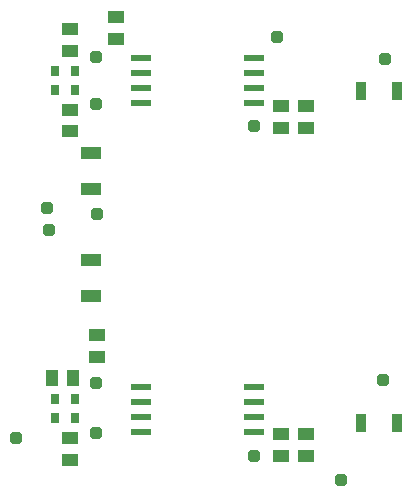
<source format=gtp>
G04*
G04 #@! TF.GenerationSoftware,Altium Limited,Altium Designer,21.6.4 (81)*
G04*
G04 Layer_Color=8421504*
%FSLAX25Y25*%
%MOIN*%
G70*
G04*
G04 #@! TF.SameCoordinates,D96B5EB0-5715-4667-86B1-06F83BB8B169*
G04*
G04*
G04 #@! TF.FilePolarity,Positive*
G04*
G01*
G75*
%ADD16R,0.06890X0.04331*%
G04:AMPARAMS|DCode=17|XSize=39.37mil|YSize=39.37mil|CornerRadius=9.84mil|HoleSize=0mil|Usage=FLASHONLY|Rotation=90.000|XOffset=0mil|YOffset=0mil|HoleType=Round|Shape=RoundedRectangle|*
%AMROUNDEDRECTD17*
21,1,0.03937,0.01968,0,0,90.0*
21,1,0.01968,0.03937,0,0,90.0*
1,1,0.01968,0.00984,0.00984*
1,1,0.01968,0.00984,-0.00984*
1,1,0.01968,-0.00984,-0.00984*
1,1,0.01968,-0.00984,0.00984*
%
%ADD17ROUNDEDRECTD17*%
%ADD18R,0.07087X0.02362*%
%ADD19R,0.05315X0.03937*%
%ADD20R,0.03937X0.05315*%
%ADD21R,0.02756X0.03347*%
%ADD22R,0.03543X0.06496*%
D16*
X70472Y112106D02*
D03*
Y88681D02*
D03*
Y76673D02*
D03*
Y124114D02*
D03*
D17*
X72047Y30709D02*
D03*
X45669Y29134D02*
D03*
X56693Y98425D02*
D03*
X55905Y105905D02*
D03*
X72047Y140551D02*
D03*
X153937Y15354D02*
D03*
X124803Y23228D02*
D03*
X168504Y155512D02*
D03*
X167717Y48425D02*
D03*
X72047Y47638D02*
D03*
Y156299D02*
D03*
X72441Y103937D02*
D03*
X124803Y133071D02*
D03*
X132677Y162992D02*
D03*
D18*
X124695Y46339D02*
D03*
Y41339D02*
D03*
Y36339D02*
D03*
Y31339D02*
D03*
X87094Y46339D02*
D03*
Y41339D02*
D03*
Y36339D02*
D03*
Y31339D02*
D03*
Y140905D02*
D03*
Y145905D02*
D03*
Y150906D02*
D03*
Y155905D02*
D03*
X124695Y140905D02*
D03*
Y145905D02*
D03*
Y150906D02*
D03*
Y155905D02*
D03*
D19*
X78740Y169390D02*
D03*
Y162106D02*
D03*
X72441Y63484D02*
D03*
Y56201D02*
D03*
X63386Y158169D02*
D03*
Y165453D02*
D03*
Y29232D02*
D03*
Y21949D02*
D03*
Y138681D02*
D03*
Y131398D02*
D03*
X142126Y132579D02*
D03*
Y139862D02*
D03*
Y23130D02*
D03*
Y30413D02*
D03*
X133858Y23130D02*
D03*
Y30413D02*
D03*
Y132579D02*
D03*
Y139862D02*
D03*
D20*
X64665Y49213D02*
D03*
X57382D02*
D03*
D21*
X58563Y42126D02*
D03*
X65059D02*
D03*
X58563Y35827D02*
D03*
X65059D02*
D03*
X58563Y151575D02*
D03*
X65059D02*
D03*
X58563Y145276D02*
D03*
X65059D02*
D03*
D22*
X172539Y34252D02*
D03*
X160531D02*
D03*
Y144882D02*
D03*
X172539D02*
D03*
M02*

</source>
